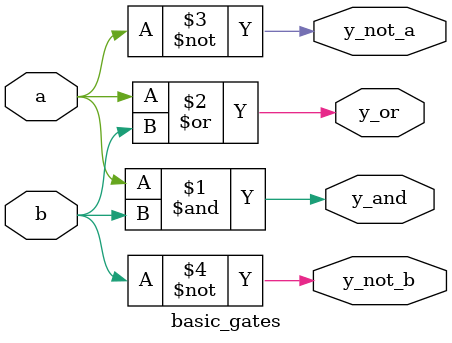
<source format=v>
module basic_gates(
	input a, b,
	output y_and, y_or, y_not_a, y_not_b
);

assign y_and = a & b;
assign y_or = a | b;
assign y_not_a = ~a;
assign y_not_b = ~b;

endmodule
</source>
